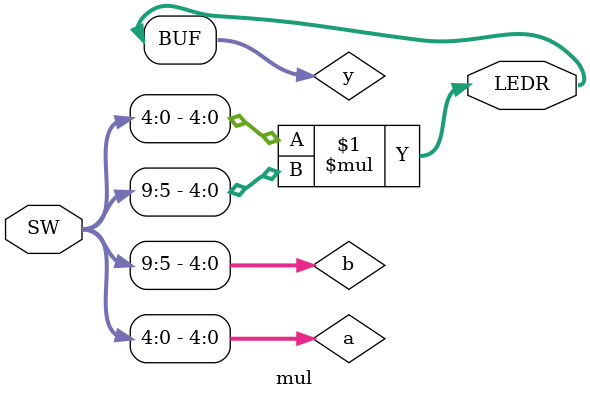
<source format=v>
module mul(SW, LEDR);

input   [9:0]   SW;
output  [9:0]   LEDR;

wire [4:0] a = SW[4:0];
wire [4:0] b = SW[9:5];

wire [9:0] y;

assign y = a * b;

assign LEDR[9:0] = y;

endmodule

</source>
